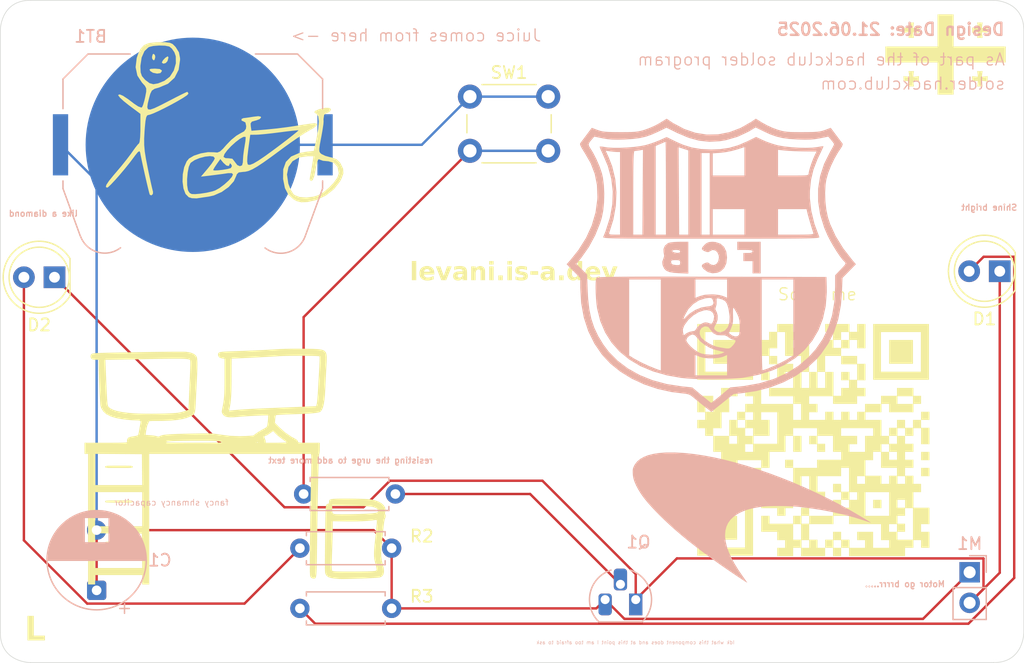
<source format=kicad_pcb>
(kicad_pcb (version 20241229) (generator "pcbnew") (generator_version "9.0")
  (layers (0 "F.Cu" signal) (2 "B.Cu" signal) (13 "F.Paste" user) (15 "B.Paste" user) (5 "F.SilkS" user "F.Silkscreen") (7 "B.SilkS" user "B.Silkscreen") (1 "F.Mask" user) (3 "B.Mask" user) (25 "Edge.Cuts" user))
  (net 0 "")
  (net 1 "Net-(BT1-+)")
  (net 2 "Net-(D1-K)")
  (net 3 "Net-(D1-A)")
  (net 4 "Net-(D2-A)")
  (net 5 "Net-(Q1-B)")
  (net 6 "Net-(R1-Pad1)")
  (footprint "LED_THT:LED_D5.0mm" (layer "F.Cu") (at 76 75 180)
    (property "Reference" "D2" (at 1.27 -3.96 0) (layer "F.SilkS"))
    (property "Value" "LED")
    (pad "1" thru_hole rect (at 0 0 180) (size 1.8 1.8) (drill 0.9) (layers "*.Cu" "*.Mask") (net 2 "Net-(D1-K)"))
    (pad "2" thru_hole circle (at 2.54 0 180) (size 1.8 1.8) (drill 0.9) (layers "*.Cu" "*.Mask") (net 4 "Net-(D2-A)"))
  )
  (footprint "LOGO" (layer "F.Cu") (at 90 62)
    (property "Reference" "G***" (hide yes))
    (property "Value" "LOGO" (hide yes))
  )
  (footprint "LOGO" (layer "F.Cu") (at 150 56.5)
    (property "Reference" "G***" (hide yes))
    (property "Value" "LOGO" (hide yes))
  )
  (footprint "LOGO" (layer "F.Cu") (at 91 90.5)
    (property "Reference" "G***" (hide yes))
    (property "Value" "LOGO" (hide yes))
  )
  (footprint "Button_Switch_THT:SW_PUSH_6mm" (layer "F.Cu") (at 110.5 60)
    (property "Reference" "SW1" (at 3.25 -2 0) (layer "F.SilkS"))
    (property "Value" "SW_Push")
    (pad "1" thru_hole circle (at 0 0 90) (size 2 2) (drill 1.1) (layers "*.Cu" "*.Mask") (net 1 "Net-(BT1-+)"))
    (pad "1" thru_hole circle (at 6.5 0 90) (size 2 2) (drill 1.1) (layers "*.Cu" "*.Mask") (net 1 "Net-(BT1-+)"))
    (pad "2" thru_hole circle (at 0 4.5 90) (size 2 2) (drill 1.1) (layers "*.Cu" "*.Mask") (net 6 "Net-(R1-Pad1)"))
    (pad "2" thru_hole circle (at 6.5 4.5 90) (size 2 2) (drill 1.1) (layers "*.Cu" "*.Mask") (net 6 "Net-(R1-Pad1)"))
  )
  (footprint "LOGO" (layer "F.Cu") (at 139 88.5)
    (property "Reference" "G***" (hide yes))
    (property "Value" "LOGO" (hide yes))
  )
  (footprint "LED_THT:LED_D5.0mm" (layer "F.Cu") (at 154.5 74.5 180)
    (property "Reference" "D1" (at 1.27 -3.96 0) (layer "F.SilkS"))
    (property "Value" "LED")
    (pad "1" thru_hole rect (at 0 0 180) (size 1.8 1.8) (drill 0.9) (layers "*.Cu" "*.Mask") (net 2 "Net-(D1-K)"))
    (pad "2" thru_hole circle (at 2.54 0 180) (size 1.8 1.8) (drill 0.9) (layers "*.Cu" "*.Mask") (net 3 "Net-(D1-A)"))
  )
  (footprint "Resistor_THT:R_Axial_DIN0207_L6.3mm_D2.5mm_P7.62mm_Horizontal" (layer "B.Cu") (at 96.69 93)
    (property "Reference" "R1" (hide yes))
    (property "Value" "R" (hide yes))
    (pad "1" thru_hole circle (at 0 0) (size 1.6 1.6) (drill 0.8) (layers "*.Cu" "*.Mask") (net 6 "Net-(R1-Pad1)"))
    (pad "2" thru_hole circle (at 7.62 0) (size 1.6 1.6) (drill 0.8) (layers "*.Cu" "*.Mask") (net 5 "Net-(Q1-B)"))
  )
  (footprint "Connector_PinHeader_2.54mm:PinHeader_1x02_P2.54mm_Vertical" (layer "B.Cu") (at 152 99.5 180)
    (property "Reference" "M1" (at 0 2.38 0) (layer "B.SilkS") (effects (justify mirror)))
    (property "Value" "Motor_DC")
    (pad "1" thru_hole rect (at 0 0 180) (size 1.7 1.7) (drill 1) (layers "*.Cu" "*.Mask") (net 1 "Net-(BT1-+)"))
    (pad "2" thru_hole circle (at 0 -2.54 180) (size 1.7 1.7) (drill 1) (layers "*.Cu" "*.Mask") (net 2 "Net-(D1-K)"))
  )
  (footprint "LOGO" (layer "B.Cu") (at 134 95 180)
    (property "Reference" "G***" (hide yes))
    (property "Value" "LOGO" (hide yes))
  )
  (footprint "Resistor_THT:R_Axial_DIN0207_L6.3mm_D2.5mm_P7.62mm_Horizontal" (layer "B.Cu") (at 104 102.5 180)
    (property "Reference" "R3" (at -2.5 1 0) (layer "F.SilkS"))
    (property "Value" "R" (hide yes))
    (pad "1" thru_hole circle (at 0 0 180) (size 1.6 1.6) (drill 0.8) (layers "*.Cu" "*.Mask") (net 1 "Net-(BT1-+)"))
    (pad "2" thru_hole circle (at 7.62 0 180) (size 1.6 1.6) (drill 0.8) (layers "*.Cu" "*.Mask") (net 3 "Net-(D1-A)"))
  )
  (footprint "Capacitor_THT:CP_Radial_D8.0mm_P5.00mm" (layer "B.Cu") (at 79.5 101 90)
    (property "Reference" "C1" (at 2.5 5.25 0) (layer "B.SilkS") (effects (justify mirror)))
    (property "Value" "C")
    (pad "1" thru_hole roundrect (at 0 0 90) (size 1.6 1.6) (drill 0.8) (layers "*.Cu" "*.Mask") (roundrect_rratio 0.15625) (net 1 "Net-(BT1-+)"))
    (pad "2" thru_hole circle (at 5 0 90) (size 1.6 1.6) (drill 0.8) (layers "*.Cu" "*.Mask") (net 1 "Net-(BT1-+)"))
  )
  (footprint "Package_TO_SOT_THT:TO-92L_HandSolder" (layer "B.Cu") (at 124.27 101.77 180)
    (property "Reference" "Q1" (at -0.23 4.77 0) (layer "B.SilkS") (effects (justify mirror)))
    (property "Value" "NPN")
    (pad "1" thru_hole rect (at 0 0 180) (size 1.1 1.8) (drill 0.75 (offset 0 -0.4)) (layers "*.Cu" "*.Mask") (net 2 "Net-(D1-K)"))
    (pad "2" thru_hole roundrect (at 1.27 1.27 180) (size 1.1 1.8) (drill 0.75 (offset 0 0.4)) (layers "*.Cu" "*.Mask") (net 5 "Net-(Q1-B)"))
    (pad "3" thru_hole roundrect (at 2.54 0 180) (size 1.1 1.8) (drill 0.75 (offset 0 -0.4)) (layers "*.Cu" "*.Mask") (net 1 "Net-(BT1-+)"))
  )
  (footprint "Battery:BatteryHolder_Keystone_3034_1x20mm" (layer "B.Cu") (at 87.485 64 180)
    (property "Reference" "BT1" (at 8.485 9 0) (layer "B.SilkS") (effects (justify mirror)))
    (property "Value" "Battery_Cell")
    (pad "1" smd rect (at -10.985 0 180) (size 1.27 5.08) (layers "B.Cu" "B.Mask" "B.Paste") (net 1 "Net-(BT1-+)"))
    (pad "1" smd rect (at 10.985 0 180) (size 1.27 5.08) (layers "B.Cu" "B.Mask" "B.Paste") (net 1 "Net-(BT1-+)"))
    (pad "2" smd circle (at 0 0 180) (size 17.8 17.8) (layers "B.Cu" "B.Mask") (net 1 "Net-(BT1-+)"))
  )
  (footprint "LOGO" (layer "B.Cu") (at 130.5 74 180)
    (property "Reference" "G***" (hide yes))
    (property "Value" "LOGO" (hide yes))
  )
  (footprint "Resistor_THT:R_Axial_DIN0207_L6.3mm_D2.5mm_P7.62mm_Horizontal" (layer "B.Cu") (at 104 97.5 180)
    (property "Reference" "R2" (at -2.5 1 0) (layer "F.SilkS"))
    (property "Value" "R" (hide yes))
    (pad "1" thru_hole circle (at 0 0 180) (size 1.6 1.6) (drill 0.8) (layers "*.Cu" "*.Mask") (net 1 "Net-(BT1-+)"))
    (pad "2" thru_hole circle (at 7.62 0 180) (size 1.6 1.6) (drill 0.8) (layers "*.Cu" "*.Mask") (net 4 "Net-(D2-A)"))
  )
  (gr_curve (pts (xy 156.5 54.5) (xy 156.5 52) (xy 154 52) (xy 154 52)) (stroke (width 0.05)) (layer "Edge.Cuts"))
  (gr_curve (pts (xy 74 52) (xy 71.5 52) (xy 71.5 54.5) (xy 71.5 54.5)) (stroke (width 0.05)) (layer "Edge.Cuts"))
  (gr_line (start 156.5 62) (end 156.5 104.5) (stroke (width 0.05)) (layer "Edge.Cuts"))
  (gr_line (start 71.5 97) (end 71.5 54.5) (stroke (width 0.05)) (layer "Edge.Cuts"))
  (gr_curve (pts (xy 71.5 104.5) (xy 71.5 107) (xy 74 107) (xy 74 107)) (stroke (width 0.05)) (layer "Edge.Cuts"))
  (gr_line (start 156.5 62) (end 156.5 54.5) (stroke (width 0.05)) (layer "Edge.Cuts"))
  (gr_line (start 154 107) (end 74 107) (stroke (width 0.05)) (layer "Edge.Cuts"))
  (gr_line (start 74 52) (end 154 52) (stroke (width 0.05)) (layer "Edge.Cuts"))
  (gr_line (start 71.5 97) (end 71.5 104.5) (stroke (width 0.05)) (layer "Edge.Cuts"))
  (gr_curve (pts (xy 154 107) (xy 156.5 107) (xy 156.5 104.5) (xy 156.5 104.5)) (stroke (width 0.05)) (layer "Edge.Cuts"))
  (gr_text "L" (at 73.5 105.5 0) (layer "F.SilkS") (effects (font (size 2 2) (thickness 0.4) (bold yes)) (justify left bottom)))
  (gr_text "Scan me" (at 136 77 0) (layer "F.SilkS") (effects (font (size 1 1) (thickness 0.1)) (justify left bottom)))
  (gr_text "levani.is-a.dev" (at 105.5 75.5 0) (layer "F.SilkS") (effects (font (size 1.5 1.5) (thickness 0.3) (bold yes)) (justify left bottom)))
  (gr_text "resisting the urge to add more text" (at 107.5 90.5 0) (layer "B.SilkS") (effects (font (size 0.5 0.5) (thickness 0.1)) (justify left bottom mirror)))
  (gr_text "solder.hackclub.com" (at 155 59.5 0) (layer "B.SilkS") (effects (font (size 1 1) (thickness 0.1)) (justify left bottom mirror)))
  (gr_text "As part of the hackclub solder program" (at 155 57.5 0) (layer "B.SilkS") (effects (font (size 1 1) (thickness 0.1)) (justify left bottom mirror)))
  (gr_text "Idk what this component does and at this point I am too afraid to ask" (at 132.5 105.5 0) (layer "B.SilkS") (effects (font (size 0.3 0.3) (thickness 0.0375)) (justify left bottom mirror)))
  (gr_text "Shine bright" (at 156 69.5 0) (layer "B.SilkS") (effects (font (size 0.5 0.5) (thickness 0.1)) (justify left bottom mirror)))
  (gr_text "Design Date: 21.06.2025" (at 155 55 0) (layer "B.SilkS") (effects (font (size 1 1) (thickness 0.2) (bold yes)) (justify left bottom mirror)))
  (gr_text "Juice comes from here ->" (at 116.5 55.5 0) (layer "B.SilkS") (effects (font (size 1 1) (thickness 0.1)) (justify left bottom mirror)))
  (gr_text "like a diamond" (at 78 70 0) (layer "B.SilkS") (effects (font (size 0.5 0.5) (thickness 0.1)) (justify left bottom mirror)))
  (gr_text "fancy shmancy capacitor" (at 90.5 94 0) (layer "B.SilkS") (effects (font (size 0.5 0.5) (thickness 0.0625)) (justify left bottom mirror)))
  (gr_text "Motor go brrrr....." (at 150 100.77 0) (layer "B.SilkS") (effects (font (size 0.5 0.5) (thickness 0.1)) (justify left bottom mirror)))
  (segment (start 121 102.5) (end 121.73 101.77) (width 0.2) (layer "F.Cu") (net 1))
  (segment (start 104 102.5) (end 104 97.5) (width 0.2) (layer "F.Cu") (net 1))
  (segment (start 152 99.5) (end 148.129 103.371) (width 0.2) (layer "F.Cu") (net 1))
  (segment (start 104 102.5) (end 121 102.5) (width 0.2) (layer "F.Cu") (net 1))
  (segment (start 104 97.5) (end 102.5 96) (width 0.2) (layer "F.Cu") (net 1))
  (segment (start 123.331 103.371) (end 121.73 101.77) (width 0.2) (layer "F.Cu") (net 1))
  (segment (start 102.5 96) (end 79.5 96) (width 0.2) (layer "F.Cu") (net 1))
  (segment (start 148.129 103.371) (end 123.331 103.371) (width 0.2) (layer "F.Cu") (net 1))
  (segment (start 79.5 101) (end 79.5 96) (width 0.2) (layer "F.Cu") (net 1))
  (segment (start 79.5 96) (end 79.5 67) (width 0.2) (layer "B.Cu") (net 1))
  (segment (start 110.5 60) (end 106.5 64) (width 0.2) (layer "B.Cu") (net 1))
  (segment (start 117 60) (end 110.5 60) (width 0.2) (layer "B.Cu") (net 1))
  (segment (start 106.5 64) (end 87.485 64) (width 0.2) (layer "B.Cu") (net 1))
  (segment (start 79.5 67) (end 76.5 64) (width 0.2) (layer "B.Cu") (net 1))
  (segment (start 124.27 99.647794) (end 124.27 101.77) (width 0.2) (layer "F.Cu") (net 2))
  (segment (start 124.27 101.77) (end 127.691 98.349) (width 0.2) (layer "F.Cu") (net 2))
  (segment (start 103.85395 91.899) (end 116.521206 91.899) (width 0.2) (layer "F.Cu") (net 2))
  (segment (start 95.101 94.101) (end 101.65195 94.101) (width 0.2) (layer "F.Cu") (net 2))
  (segment (start 101.65195 94.101) (end 103.85395 91.899) (width 0.2) (layer "F.Cu") (net 2))
  (segment (start 127.691 98.349) (end 153.151 98.349) (width 0.2) (layer "F.Cu") (net 2))
  (segment (start 153.151 98.349) (end 153.151 100.889) (width 0.2) (layer "F.Cu") (net 2))
  (segment (start 116.521206 91.899) (end 124.27 99.647794) (width 0.2) (layer "F.Cu") (net 2))
  (segment (start 153.151 100.889) (end 152 102.04) (width 0.2) (layer "F.Cu") (net 2))
  (segment (start 152 102.04) (end 154.5 99.54) (width 0.2) (layer "F.Cu") (net 2))
  (segment (start 76 75) (end 95.101 94.101) (width 0.2) (layer "F.Cu") (net 2))
  (segment (start 154.5 99.54) (end 154.5 74.5) (width 0.2) (layer "F.Cu") (net 2))
  (segment (start 124.27 101.77) (end 124.54 102.04) (width 0.2) (layer "F.Cu") (net 2))
  (segment (start 155.701 99.96676) (end 151.89576 103.772) (width 0.2) (layer "F.Cu") (net 3))
  (segment (start 153.161 73.299) (end 155.701 73.299) (width 0.2) (layer "F.Cu") (net 3))
  (segment (start 151.96 74.5) (end 153.161 73.299) (width 0.2) (layer "F.Cu") (net 3))
  (segment (start 155.701 73.299) (end 155.701 99.96676) (width 0.2) (layer "F.Cu") (net 3))
  (segment (start 151.89576 103.772) (end 97.652 103.772) (width 0.2) (layer "F.Cu") (net 3))
  (segment (start 97.652 103.772) (end 96.38 102.5) (width 0.2) (layer "F.Cu") (net 3))
  (segment (start 78.71484 102.101) (end 73.46 96.84616) (width 0.2) (layer "F.Cu") (net 4))
  (segment (start 73.46 96.84616) (end 73.46 75) (width 0.2) (layer "F.Cu") (net 4))
  (segment (start 96.38 97.5) (end 91.779 102.101) (width 0.2) (layer "F.Cu") (net 4))
  (segment (start 95.96 97.5) (end 96.38 97.5) (width 0.2) (layer "F.Cu") (net 4))
  (segment (start 91.779 102.101) (end 78.71484 102.101) (width 0.2) (layer "F.Cu") (net 4))
  (segment (start 123 100.5) (end 115.5 93) (width 0.2) (layer "F.Cu") (net 5))
  (segment (start 115.5 93) (end 104.31 93) (width 0.2) (layer "F.Cu") (net 5))
  (segment (start 96.69 78.31) (end 110.5 64.5) (width 0.2) (layer "F.Cu") (net 6))
  (segment (start 96.69 93) (end 96.69 78.31) (width 0.2) (layer "F.Cu") (net 6))
  (segment (start 117 64.5) (end 110.5 64.5) (width 0.2) (layer "B.Cu") (net 6))
)
</source>
